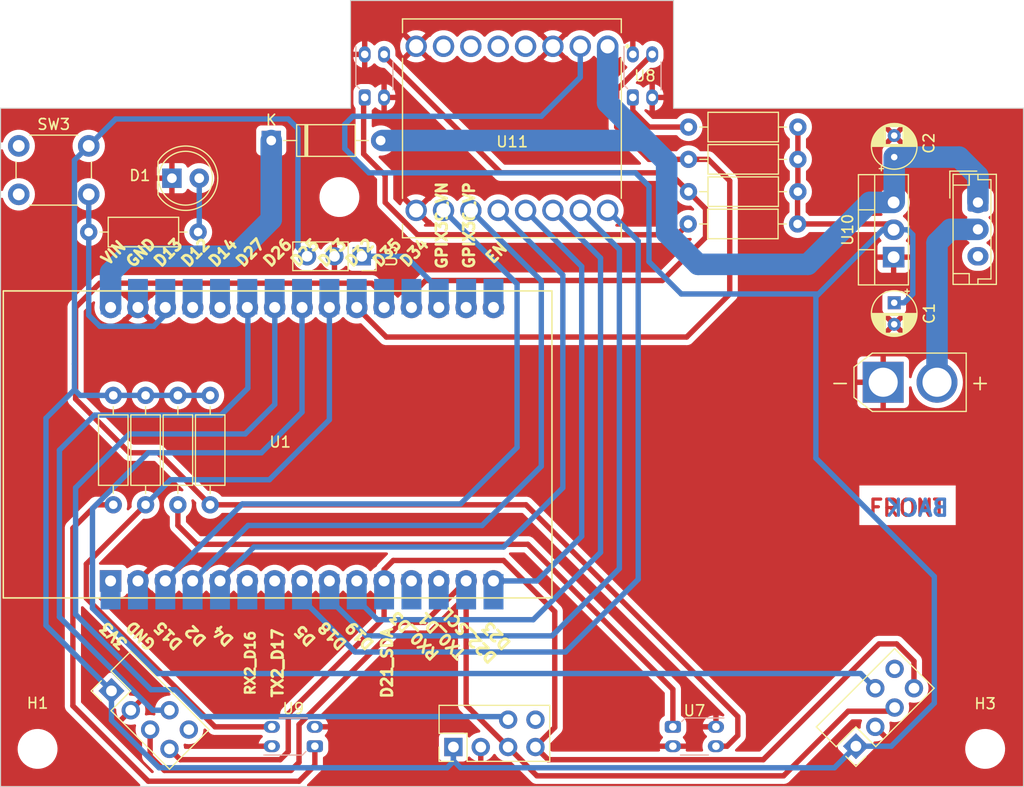
<source format=kicad_pcb>
(kicad_pcb (version 20221018) (generator pcbnew)
  (layers (0 "F.Cu" signal) (31 "B.Cu" signal) (34 "B.Paste" user) (35 "F.Paste" user) (36 "B.SilkS" user "B.Silkscreen") (37 "F.SilkS" user "F.Silkscreen") (38 "B.Mask" user) (39 "F.Mask" user) (44 "Edge.Cuts" user))
  (net 0 "")
  (net 1 "+3V3")
  (net 2 "GND")
  (net 3 "+12V")
  (net 4 "Net-(D1-A)")
  (net 5 "12V IN")
  (net 6 "Net-(D2-K)")
  (net 7 "QRE1113 A")
  (net 8 "Net-(U6-A)")
  (net 9 "QRE1113 B")
  (net 10 "Net-(U8-A)")
  (net 11 "QRE1113 C")
  (net 12 "Net-(U9-A)")
  (net 13 "QRE1113 D")
  (net 14 "IR MODULE")
  (net 15 "SDA")
  (net 16 "SCL")
  (net 17 "MOTOR 2 -")
  (net 18 "MOTOR 2 +")
  (net 19 "MOTOR 1 -")
  (net 20 "MOTOR 1 +")
  (net 21 "PWMA")
  (net 22 "AI2")
  (net 23 "AI1")
  (net 24 "STBY")
  (net 25 "BI1")
  (net 26 "BI2")
  (net 27 "PWMB")
  (net 28 "Net-(U7-A)")
  (net 32 "X-SHUT 1")
  (net 33 "X-SHUT 2")
  (net 34 "X-SHUT 3")
  (net 37 "TEST PROGRAM")
  (net 43 "GPIO")
  (footprint "Button_Switch_THT:SW_PUSH_6mm" (layer "F.Cu") (at 91.72 61.5)
    (fp_text reference "SW3" (at 3.25 -2) (layer "F.SilkS"))
    (fp_text value "SW_Push" hide)
    (pad "1" thru_hole circle (at 0 0 90) (size 2 2) (drill 1.1) (layers "*.Cu" "*.Mask") (net 1 "+3V3"))
    (pad "1" thru_hole circle (at 6.5 0 90) (size 2 2) (drill 1.1) (layers "*.Cu" "*.Mask") (net 1 "+3V3"))
    (pad "2" thru_hole circle (at 0 4.5 90) (size 2 2) (drill 1.1) (layers "*.Cu" "*.Mask") (net 37 "TEST PROGRAM"))
    (pad "2" thru_hole circle (at 6.5 4.5 90) (size 2 2) (drill 1.1) (layers "*.Cu" "*.Mask") (net 37 "TEST PROGRAM"))
  )
  (footprint "Package_TO_SOT_THT:TO-220-3_Vertical" (layer "F.Cu") (at 172.97 71.83 90)
    (fp_text reference "U10" (at 2.54 -4.27 90) (layer "F.SilkS"))
    (fp_text value "LD1117AV33")
    (pad "1" thru_hole rect (at 0 0 90) (size 1.905 2) (drill 1.1) (layers "*.Cu" "*.Mask") (net 2 "GND"))
    (pad "2" thru_hole oval (at 2.54 0 90) (size 1.905 2) (drill 1.1) (layers "*.Cu" "*.Mask") (net 1 "+3V3"))
    (pad "3" thru_hole oval (at 5.08 0 90) (size 1.905 2) (drill 1.1) (layers "*.Cu" "*.Mask") (net 3 "+12V"))
  )
  (footprint "MountingHole:MountingHole_3.2mm_M3" (layer "F.Cu") (at 181.47 117.5)
    (fp_text reference "H3" (at 0 -4.2) (layer "F.SilkS"))
    (fp_text value "MountingHole M3" hide)
    (pad "" np_thru_hole circle (at 0 0) (size 3.2 3.2) (drill 3.2) (layers "*.Cu" "*.Mask"))
  )
  (footprint "Resistor_THT:R_Axial_DIN0207_L6.3mm_D2.5mm_P10.16mm_Horizontal" (layer "F.Cu") (at 106.5 94.83 90)
    (fp_text reference "R4" hide)
    (fp_text value "100")
    (pad "1" thru_hole circle (at 0 0 90) (size 1.6 1.6) (drill 0.8) (layers "*.Cu" "*.Mask") (net 28 "Net-(U7-A)"))
    (pad "2" thru_hole oval (at 10.16 0 90) (size 1.6 1.6) (drill 0.8) (layers "*.Cu" "*.Mask") (net 1 "+3V3"))
  )
  (footprint "Resistor_THT:R_Axial_DIN0207_L6.3mm_D2.5mm_P10.16mm_Horizontal" (layer "F.Cu") (at 109.5 84.67 -90)
    (fp_text reference "R5" hide)
    (fp_text value "10k")
    (pad "1" thru_hole circle (at 0 0 270) (size 1.6 1.6) (drill 0.8) (layers "*.Cu" "*.Mask") (net 1 "+3V3"))
    (pad "2" thru_hole oval (at 10.16 0 270) (size 1.6 1.6) (drill 0.8) (layers "*.Cu" "*.Mask") (net 9 "QRE1113 B"))
  )
  (footprint "Diode_THT:D_A-405_P10.16mm_Horizontal" (layer "F.Cu") (at 115.17 61)
    (fp_text reference "D2" hide)
    (fp_text value "D_Schottky" hide)
    (fp_text user "K" (at 0 -1.9) (layer "F.SilkS"))
    (pad "1" thru_hole rect (at 0 0) (size 1.8 1.8) (drill 0.9) (layers "*.Cu" "*.Mask") (net 6 "Net-(D2-K)"))
    (pad "2" thru_hole oval (at 10.16 0) (size 1.8 1.8) (drill 0.9) (layers "*.Cu" "*.Mask") (net 3 "+12V"))
  )
  (footprint "Resistor_THT:R_Axial_DIN0207_L6.3mm_D2.5mm_P10.16mm_Horizontal" (layer "F.Cu") (at 164.08 65.75 180)
    (fp_text reference "R3" hide)
    (fp_text value "10k")
    (pad "1" thru_hole circle (at 0 0 180) (size 1.6 1.6) (drill 0.8) (layers "*.Cu" "*.Mask") (net 1 "+3V3"))
    (pad "2" thru_hole oval (at 10.16 0 180) (size 1.6 1.6) (drill 0.8) (layers "*.Cu" "*.Mask") (net 7 "QRE1113 A"))
  )
  (footprint "Capacitor_THT:CP_Radial_D4.0mm_P2.00mm" (layer "F.Cu") (at 173.025 62.54 90)
    (fp_text reference "C2" (at 1.29 3.225 90) (layer "F.SilkS"))
    (fp_text value "10uF")
    (pad "1" thru_hole rect (at 0 0 90) (size 1.2 1.2) (drill 0.6) (layers "*.Cu" "*.Mask") (net 3 "+12V"))
    (pad "2" thru_hole circle (at 2 0 90) (size 1.2 1.2) (drill 0.6) (layers "*.Cu" "*.Mask") (net 2 "GND"))
  )
  (footprint "sumec_library:GY-530 VL53L0X" (layer "F.Cu") (at 177.014829 107.909119 135)
    (fp_text reference "U3" hide)
    (fp_text value "VL53L0X")
    (pad "1" thru_hole rect (at -1.27 -11.94 135) (size 1.7 1.7) (drill 1) (layers "*.Cu" "*.Mask") (net 1 "+3V3"))
    (pad "2" thru_hole oval (at -1.27 -9.4 135) (size 1.7 1.7) (drill 1) (layers "*.Cu" "*.Mask") (net 2 "GND"))
    (pad "3" thru_hole oval (at -1.27 -6.86 135) (size 1.7 1.7) (drill 1) (layers "*.Cu" "*.Mask") (net 16 "SCL"))
    (pad "4" thru_hole oval (at -1.27 -4.32 135) (size 1.7 1.7) (drill 1) (layers "*.Cu" "*.Mask") (net 15 "SDA"))
    (pad "5" thru_hole oval (at 1.27 -4.32 135) (size 1.7 1.7) (drill 1) (layers "*.Cu" "*.Mask") (net 43 "GPIO"))
    (pad "6" thru_hole oval (at 1.27 -6.86 135) (size 1.7 1.7) (drill 1) (layers "*.Cu" "*.Mask") (net 33 "X-SHUT 2"))
  )
  (footprint "LED_THT:LED_D5.0mm" (layer "F.Cu") (at 105.945 64.5)
    (fp_text reference "D1" (at -2.975 -0.25) (layer "F.SilkS"))
    (fp_text value "RLED")
    (pad "1" thru_hole rect (at 0 0) (size 1.8 1.8) (drill 0.9) (layers "*.Cu" "*.Mask") (net 2 "GND"))
    (pad "2" thru_hole circle (at 2.54 0) (size 1.8 1.8) (drill 0.9) (layers "*.Cu" "*.Mask") (net 4 "Net-(D1-A)"))
  )
  (footprint "MountingHole:MountingHole_3.2mm_M3" (layer "F.Cu") (at 121.5 66.25)
    (fp_text reference "H2" hide)
    (fp_text value "MountingHole M3" hide)
    (pad "" np_thru_hole circle (at 0 0) (size 3.2 3.2) (drill 3.2) (layers "*.Cu" "*.Mask"))
  )
  (footprint "Resistor_THT:R_Axial_DIN0207_L6.3mm_D2.5mm_P10.16mm_Horizontal" (layer "F.Cu") (at 164.08 62.75 180)
    (fp_text reference "R7" hide)
    (fp_text value "10k")
    (pad "1" thru_hole circle (at 0 0 180) (size 1.6 1.6) (drill 0.8) (layers "*.Cu" "*.Mask") (net 1 "+3V3"))
    (pad "2" thru_hole oval (at 10.16 0 180) (size 1.6 1.6) (drill 0.8) (layers "*.Cu" "*.Mask") (net 11 "QRE1113 C"))
  )
  (footprint "sumec_library:GY-530 VL53L0X" (layer "F.Cu") (at 109.672727 119.656676 45)
    (fp_text reference "U2" hide)
    (fp_text value "VL53L0X")
    (pad "1" thru_hole rect (at -1.27 -11.94 45) (size 1.7 1.7) (drill 1) (layers "*.Cu" "*.Mask") (net 1 "+3V3"))
    (pad "2" thru_hole oval (at -1.27 -9.4 45) (size 1.7 1.7) (drill 1) (layers "*.Cu" "*.Mask") (net 2 "GND"))
    (pad "3" thru_hole oval (at -1.27 -6.86 45) (size 1.7 1.7) (drill 1) (layers "*.Cu" "*.Mask") (net 16 "SCL"))
    (pad "4" thru_hole oval (at -1.27 -4.32 45) (size 1.7 1.7) (drill 1) (layers "*.Cu" "*.Mask") (net 15 "SDA"))
    (pad "5" thru_hole oval (at 1.27 -4.32 45) (size 1.7 1.7) (drill 1) (layers "*.Cu" "*.Mask") (net 43 "GPIO"))
    (pad "6" thru_hole oval (at 1.27 -6.86 45) (size 1.7 1.7) (drill 1) (layers "*.Cu" "*.Mask") (net 32 "X-SHUT 1"))
  )
  (footprint "sumec_library:ROB-14450 - TB6612FNG (MOTOR DRIVER)" (layer "F.Cu") (at 137.52 59.87 -90)
    (fp_text reference "U11" (at 1.25 -0.03) (layer "F.SilkS"))
    (fp_text value "ROB-14450")
    (pad "1" thru_hole circle (at -7.62 -8.89 270) (size 1.98 1.98) (drill 1.32) (layers "*.Cu" "*.Mask") (net 3 "+12V"))
    (pad "2" thru_hole circle (at -7.62 -6.35 270) (size 1.98 1.98) (drill 1.32) (layers "*.Cu" "*.Mask") (net 1 "+3V3"))
    (pad "3" thru_hole circle (at -7.62 -3.81 270) (size 1.98 1.98) (drill 1.32) (layers "*.Cu" "*.Mask") (net 2 "GND"))
    (pad "4" thru_hole circle (at -7.62 -1.27 270) (size 1.98 1.98) (drill 1.32) (layers "*.Cu" "*.Mask") (net 20 "MOTOR 1 +"))
    (pad "5" thru_hole circle (at -7.62 1.27 270) (size 1.98 1.98) (drill 1.32) (layers "*.Cu" "*.Mask") (net 19 "MOTOR 1 -"))
    (pad "6" thru_hole circle (at -7.62 3.81 270) (size 1.98 1.98) (drill 1.32) (layers "*.Cu" "*.Mask") (net 18 "MOTOR 2 +"))
    (pad "7" thru_hole circle (at -7.62 6.35 270) (size 1.98 1.98) (drill 1.32) (layers "*.Cu" "*.Mask") (net 17 "MOTOR 2 -"))
    (pad "8" thru_hole circle (at -7.62 8.89 270) (size 1.98 1.98) (drill 1.32) (layers "*.Cu" "*.Mask") (net 2 "GND"))
    (pad "9" thru_hole circle (at 7.62 8.89 270) (size 1.98 1.98) (drill 1.32) (layers "*.Cu" "*.Mask") (net 2 "GND"))
    (pad "10" thru_hole circle (at 7.62 6.35 270) (size 1.98 1.98) (drill 1.32) (layers "*.Cu" "*.Mask") (net 27 "PWMB"))
    (pad "11" thru_hole circle (at 7.62 3.81 270) (size 1.98 1.98) (drill 1.32) (layers "*.Cu" "*.Mask") (net 26 "BI2"))
    (pad "12" thru_hole circle (at 7.62 1.27 270) (size 1.98 1.98) (drill 1.32) (layers "*.Cu" "*.Mask") (net 25 "BI1"))
    (pad "13" thru_hole circle (at 7.62 -1.27 270) (size 1.98 1.98) (drill 1.32) (layers "*.Cu" "*.Mask") (net 24 "STBY"))
    (pad "14" thru_hole circle (at 7.62 -3.81 270) (size 1.98 1.98) (drill 1.32) (layers "*.Cu" "*.Mask") (net 23 "AI1"))
    (pad "15" thru_hole circle (at 7.62 -6.35 270) (size 1.98 1.98) (drill 1.32) (layers "*.Cu" "*.Mask") (net 22 "AI2"))
    (pad "16" thru_hole circle (at 7.62 -8.89 270) (size 1.98 1.98) (drill 1.32) (layers "*.Cu" "*.Mask") (net 21 "PWMA"))
  )
  (footprint "Resistor_THT:R_Axial_DIN0207_L6.3mm_D2.5mm_P10.16mm_Horizontal" (layer "F.Cu") (at 100.5 94.83 90)
    (fp_text reference "R8" hide)
    (fp_text value "100")
    (pad "1" thru_hole circle (at 0 0 90) (size 1.6 1.6) (drill 0.8) (layers "*.Cu" "*.Mask") (net 12 "Net-(U9-A)"))
    (pad "2" thru_hole oval (at 10.16 0 90) (size 1.6 1.6) (drill 0.8) (layers "*.Cu" "*.Mask") (net 1 "+3V3"))
  )
  (footprint "Capacitor_THT:CP_Radial_D4.0mm_P2.00mm" (layer "F.Cu") (at 173.025 76.0674 -90)
    (fp_text reference "C1" (at 1 -3.25 90) (layer "F.SilkS"))
    (fp_text value "10uF")
    (pad "1" thru_hole rect (at 0 0 270) (size 1.2 1.2) (drill 0.6) (layers "*.Cu" "*.Mask") (net 1 "+3V3"))
    (pad "2" thru_hole circle (at 2 0 270) (size 1.2 1.2) (drill 0.6) (layers "*.Cu" "*.Mask") (net 2 "GND"))
  )
  (footprint "Resistor_THT:R_Axial_DIN0207_L6.3mm_D2.5mm_P10.16mm_Horizontal" (layer "F.Cu") (at 153.89 68.75)
    (fp_text reference "R2" hide)
    (fp_text value "100")
    (pad "1" thru_hole circle (at 0 0) (size 1.6 1.6) (drill 0.8) (layers "*.Cu" "*.Mask") (net 8 "Net-(U6-A)"))
    (pad "2" thru_hole oval (at 10.16 0) (size 1.6 1.6) (drill 0.8) (layers "*.Cu" "*.Mask") (net 1 "+3V3"))
  )
  (footprint "Connector_JST:JST_EH_B3B-EH-A_1x03_P2.50mm_Vertical" (layer "F.Cu") (at 180.8 66.75 -90)
    (fp_text reference "SW1" hide)
    (fp_text value "SW_SPDT" hide)
    (pad "1" thru_hole roundrect (at 0 0 270) (size 1.7 1.95) (drill 0.95) (layers "*.Cu" "*.Mask") (roundrect_rratio 0.147059) (net 3 "+12V"))
    (pad "2" thru_hole oval (at 2.5 0 270) (size 1.7 1.95) (drill 0.95) (layers "*.Cu" "*.Mask") (net 5 "12V IN"))
    (pad "3" thru_hole oval (at 5 0 270) (size 1.7 1.95) (drill 0.95) (layers "*.Cu" "*.Mask"))
  )
  (footprint "Resistor_THT:R_Axial_DIN0207_L6.3mm_D2.5mm_P10.16mm_Horizontal" (layer "F.Cu") (at 98.22 69.5)
    (fp_text reference "R1" hide)
    (fp_text value "75 ")
    (pad "1" thru_hole circle (at 0 0) (size 1.6 1.6) (drill 0.8) (layers "*.Cu" "*.Mask") (net 37 "TEST PROGRAM"))
    (pad "2" thru_hole oval (at 10.16 0) (size 1.6 1.6) (drill 0.8) (layers "*.Cu" "*.Mask") (net 4 "Net-(D1-A)"))
  )
  (footprint "sumec_library:GY-530 VL53L0X" (layer "F.Cu") (at 144.0275 116.055 90)
    (fp_text reference "U4" hide)
    (fp_text value "VL53L0X")
    (pad "1" thru_hole rect (at -1.27 -11.94 90) (size 1.7 1.7) (drill 1) (layers "*.Cu" "*.Mask") (net 1 "+3V3"))
    (pad "2" thru_hole oval (at -1.27 -9.4 90) (size 1.7 1.7) (drill 1) (layers "*.Cu" "*.Mask") (net 2 "GND"))
    (pad "3" thru_hole oval (at -1.27 -6.86 90) (size 1.7 1.7) (drill 1) (layers "*.Cu" "*.Mask") (net 16 "SCL"))
    (pad "4" thru_hole oval (at -1.27 -4.32 90) (size 1.7 1.7) (drill 1) (layers "*.Cu" "*.Mask") (net 15 "SDA"))
    (pad "5" thru_hole oval (at 1.27 -4.32 90) (size 1.7 1.7) (drill 1) (layers "*.Cu" "*.Mask") (net 43 "GPIO"))
    (pad "6" thru_hole oval (at 1.27 -6.86 90) (size 1.7 1.7) (drill 1) (layers "*.Cu" "*.Mask") (net 34 "X-SHUT 3"))
  )
  (footprint "Connector_PinSocket_2.54mm:PinSocket_1x03_P2.54mm_Vertical" (layer "F.Cu") (at 123.58 71.75 -90)
    (fp_text reference "U5" (at 0 -2.77 90) (layer "F.SilkS"))
    (fp_text value "TSOP382xx")
    (pad "1" thru_hole rect (at 0 0 270) (size 1.7 1.7) (drill 1) (layers "*.Cu" "*.Mask") (net 14 "IR MODULE"))
    (pad "2" thru_hole oval (at 0 2.54 270) (size 1.7 1.7) (drill 1) (layers "*.Cu" "*.Mask") (net 2 "GND"))
    (pad "3" thru_hole oval (at 0 5.08 270) (size 1.7 1.7) (drill 1) (layers "*.Cu" "*.Mask") (net 1 "+3V3"))
  )
  (footprint "sumec_library:MODULE_ESP32_DEVKIT_V1 B_Cu - PADS and no mount holes" (layer "F.Cu") (at 115.765 89.2 90)
    (fp_text reference "U1" (at 0.2 0.235 180) (layer "F.SilkS"))
    (fp_text value "ESP32-DEVKIT-V1" hide)
    (fp_text user "D33" (at 17.78 5.08 45 unlocked) (layer "F.SilkS") (effects (font (thickness 0.25) bold)))
    (fp_text user "D34" (at 17.78 12.7 45 unlocked) (layer "F.SilkS") (effects (font (thickness 0.25) bold)))
    (fp_text user "RX0_D3" (at -17.78 12.7 135 unlocked) (layer "F.SilkS") (effects (font (thickness 0.25) bold)))
    (fp_text user "GND" (at 17.78 -12.7 45 unlocked) (layer "F.SilkS") (effects (font (thickness 0.25) bold)))
    (fp_text user "TX0_D1" (at -17.78 15.24 135 unlocked) (layer "F.SilkS") (effects (font (thickness 0.25) bold)))
    (fp_text user "D32" (at 17.78 7.62 45 unlocked) (layer "F.SilkS") (effects (font (thickness 0.25) bold)))
    (fp_text user "D21_SDA" (at -20.32 10.16 90 unlocked) (layer "F.SilkS") (effects (font (thickness 0.25) bold)))
    (fp_text user "EN" (at 17.78 20.32 45 unlocked) (layer "F.SilkS") (effects (font (thickness 0.25) bold)))
    (fp_text user "D15" (at -17.78 -10.16 135 unlocked) (layer "F.SilkS") (effects (font (thickness 0.25) bold)))
    (fp_text user "D26" (at 17.78 0 45 unlocked) (layer "F.SilkS") (effects (font (thickness 0.25) bold)))
    (fp_text user "GPIX39_VN" (at 20.32 15.24 90 unlocked) (layer "F.SilkS") (effects (font (thickness 0.25) bold)))
    (fp_text user "VIN" (at 17.78 -15.24 45 unlocked) (layer "F.SilkS") (effects (font (thickness 0.25) bold)))
    (fp_text user "TX2_D17" (at -20.32 0 90 unlocked) (layer "F.SilkS") (effects (font (thickness 0.25) bold)))
    (fp_text user "GPIX36_VP" (at 20.32 17.78 90 unlocked) (layer "F.SilkS") (effects (font (thickness 0.25) bold)))
    (fp_text user "D13" (at 17.78 -10.16 45 unlocked) (layer "F.SilkS") (effects (font (thickness 0.25) bold)))
    (fp_text user "D35" (at 17.78 10.16 45 unlocked) (layer "F.SilkS") (effects (font (thickness 0.25) bold)))
    (fp_text user "RX2_D16" (at -20.32 -2.54 90 unlocked) (layer "F.SilkS") (effects (font (size 0.9 0.9) (thickness 0.225) bold)))
    (fp_text user "D27" (at 17.78 -2.54 45 unlocked) (layer "F.SilkS") (effects (font (thickness 0.25) bold)))
    (fp_text user "D5" (at -17.78 2.54 135 unlocked) (layer "F.SilkS") (effects (font (thickness 0.25) bold)))
    (fp_text user "D22_SCL" (at -17.78 17.78 135 unlocked) (layer "F.SilkS") (effects (font (thickness 0.25) bold)))
    (fp_text user "GND" (at -17.78 -12.7 135 unlocked) (layer "F.SilkS") (effects (font (thickness 0.25) bold)))
    (fp_text user "D4" (at -17.78 -5.08 135 unlocked) (layer "F.SilkS") (effects (font (thickness 0.25) bold)))
    (fp_text user "D12" (at 17.78 -7.62 45 unlocked) (layer "F.SilkS") (effects (font (thickness 0.25) bold)))
    (fp_text user "D25" (at 17.78 2.54 45 unlocked) (layer "F.SilkS") (effects (font (thickness 0.25) bold)))
    (fp_text user "D23" (at -17.78 20.32 135 unlocked) (layer "F.SilkS") (effects (font (thickness 0.25) bold)))
    (fp_text user "D2" (at -17.78 -7.62 135 unlocked) (layer "F.SilkS") (effects (font (thickness 0.25) bold)))
    (fp_text user "3V3" (at -17.78 -15.24 135 unlocked) (layer "F.SilkS") (effects (font (thickness 0.25) bold)))
    (fp_text user "D19" (at -17.78 7.62 135 unlocked) (layer "F.SilkS") (effects (font (thickness 0.25) bold)))
    (fp_text user "D18" (at -17.78 5.08 135 unlocked) (layer "F.SilkS") (effects (font (thickness 0.25) bold)))
    (fp_text user "D14" (at 17.78 -5.08 45 unlocked) (layer "F.SilkS") (effects (font (thickness 0.25) bold)))
    (pad "1" smd rect (at -13.7 -15.515 90) (size 3.29 1.85) (layers "B.Cu" "F.Mask"))
    (pad "1" thru_hole rect (at -12.7 -15.515 90) (size 2 2) (drill 1.02) (layers "*.Cu" "*.Mask"))
    (pad "2" smd rect (at -13.7 -12.975 90) (size 3.29 1.85) (layers "B.Cu" "F.Mask") (net 2 "GND"))
    (pad "2" thru_hole circle (at -12.7 -12.975 90) (size 2 2) (drill 1.02) (layers "*.Cu" "*.Mask") (net 2 "GND"))
    (pad "3" smd rect (at -13.7 -10.435 90) (size 3.29 1.85) (layers "B.Cu" "F.Mask") (net 27 "PWMB"))
    (pad "3" thru_hole circle (at -12.7 -10.435 90) (size 2 2) (drill 1.02) (layers "*.Cu" "*.Mask") (net 27 "PWMB"))
    (pad "4" smd rect (at -13.7 -7.895 90) (size 3.29 1.85) (layers "B.Cu" "F.Mask") (net 26 "BI2"))
    (pad "4" thru_hole circle (at -12.7 -7.895 90) (size 2 2) (drill 1.02) (layers "*.Cu" "*.Mask") (net 26 "BI2"))
    (pad "5" smd rect (at -13.7 -5.355 90) (size 3.29 1.85) (layers "B.Cu" "F.Mask") (net 25 "BI1"))
    (pad "5" thru_hole circle (at -12.7 -5.355 90) (size 2 2) (drill 1.02) (layers "*.Cu" "*.Mask") (net 25 "BI1"))
    (pad "6" smd rect (at -13.7 -2.815 90) (size 3.29 1.85) (layers "B.Cu" "F.Mask"))
    (pad "6" thru_hole circle (at -12.7 -2.815 90) (size 2 2) (drill 1.02) (layers "*.Cu" "*.Mask"))
    (pad "7" smd rect (at -13.7 -0.275 90) (size 3.29 1.85) (layers "B.Cu" "F.Mask"))
    (pad "7" thru_hole circle (at -12.7 -0.275 90) (size 2 2) (drill 1.02) (layers "*.Cu" "*.Mask"))
    (pad "8" smd rect (at -13.7 2.265 90) (size 3.29 1.85) (layers "B.Cu" "F.Mask") (net 21 "PWMA"))
    (pad "8" thru_hole circle (at -12.7 2.265 90) (size 2 2) (drill 1.02) (layers "*.Cu" "*.Mask") (net 21 "PWMA"))
    (pad "9" smd rect (at -13.7 4.805 90) (size 3.29 1.85) (layers "B.Cu" "F.Mask") (net 22 "AI2"))
    (pad "9" thru_hole circle (at -12.7 4.805 90) (size 2 2) (drill 1.02) (layers "*.Cu" "*.Mask") (net 22 "AI2"))
    (pad "10" smd rect (at -13.7 7.345 90) (size 3.29 1.85) (layers "B.Cu" "F.Mask") (net 23 "AI1"))
    (pad "10" thru_hole circle (at -12.7 7.345 90) (size 2 2) (drill 1.02) (layers "*.Cu" "*.Mask") (net 23 "AI1"))
    (pad "11" smd rect (at -13.7 9.885 90) (size 3.29 1.85) (layers "B.Cu" "F.Mask") (net 15 "SDA"))
    (pad "11" thru_hole circle (at -12.7 9.885 90) (size 2 2) (drill 1.02) (layers "*.Cu" "*.Mask") (net 15 "SDA"))
    (pad "12" smd rect (at -13.7 12.425 90) (size 3.29 1.85) (layers "B.Cu" "F.Mask"))
    (pad "12" thru_hole circle (at -12.7 12.425 90) (size 2 2) (drill 1.02) (layers "*.Cu" "*.Mask"))
    (pad "13" smd rect (at -13.7 14.965 90) (size 3.29 1.85) (layers "B.Cu" "F.Mask"))
    (pad "13" thru_hole circle (at -12.7 14.965 90) (size 2 2) (drill 1.02) (layers "*.Cu" "*.Mask"))
    (pad "14" smd rect (at -13.7 17.505 90) (size 3.29 1.85) (layers "B.Cu" "F.Mask") (net 16 "SCL"))
    (pad "14" thru_hole circle (at -12.7 17.505 90) (size 2 2) (drill 1.02) (layers "*.Cu" "*.Mask") (net 16 "SCL"))
    (pad "15" smd rect (at -13.7 20.045 90) (size 3.29 1.85) (layers "B.Cu" "F.Mask") (net 24 "STBY"))
    (pad "15" thru_hole circle (at -12.7 20.045 90) (size 2 2) (drill 1.02) (layers "*.Cu" "*.Mask") (net 24 "STBY"))
    (pad "16" thru_hole circle (at 12.7 20.045 90) (size 2 2) (drill 1.02) (layers "*.Cu" "*.Mask"))
    (pad "16" smd rect (at 13.7 20.045 90) (size 3.29 1.85) (layers "B.Cu" "F.Mask"))
    (pad "17" thru_hole circle (at 12.7 17.505 90) (size 2 2) (drill 1.02) (layers "*.Cu" "*.Mask"))
    (pad "17" smd rect (at 13.7 17.505 90) (size 3.29 1.85) (layers "B.Cu" "F.Mask"))
    (pad "18" thru_hole circle (at 12.7 14.965 90) (size 2 2) (drill 1.02) (layers "*.Cu" "*.Mask") (net 14 "IR MODULE"))
    (pad "18" smd rect (at 13.7 14.965 90) (size 3.29 1.85) (layers "B.Cu" "F.Mask") (net 14 "IR MODULE"))
    (pad "19" thru_hole circle (at 12.7 12.425 90) (size 2 2) (drill 1.02) (layers "*.Cu" "*.Mask") (net 7 "QRE1113 A"))
    (pad "19" smd rect (at 13.7 12.425 90) (size 3.29 1.85) (layers "B.Cu" "F.Mask") (net 7 "QRE1113 A"))
    (pad "20" thru_hole circle (at 12.7 9.885 90) (size 2 2) (drill 1.02) (layers "*.Cu" "*.Mask") (net 9 "QRE1113 B"))
    (pad "20" smd rect (at 13.7 9.885 90) (size 3.29 1.85) (layers "B.Cu" "F.Mask") (net 9 "QRE1113 B"))
    (pad "21" thru_hole circle (at 12.7 7.345 90) (size 2 2) (drill 1.02) (layers "*.Cu" "*.Mask") (net 11 "QRE1113 C"))
    (pad "21" smd rect (at 13.7 7.345 90) (size 3.29 1.85) (layers "B.Cu" "F.Mask") (net 11 "QRE1113 C"))
    (pad "22" thru_hole circle (at 12.7 4.805 90) (size 2 2) (drill 1.02) (layers "*.Cu" "*.Mask") (net 13 "QRE1113 D"))
    (pad "22" smd rect (at 13.7 4.805 90) (size 3.29 1.85) (layers "B.Cu" "F.Mask") (net 13 "QRE1113 D"))
    (pad "23" thru_hole circle (at 12.7 2.265 90) (size 2 2) (drill 1.02) (layers "*.Cu" "*.Mask") (net 33 "X-SHUT 2"))
    (pad "23" smd rect (at 13.7 2.265 90) (size 3.29 1.85) (layers "B.Cu" "F.Mask") (net 33 "X-SHUT 2"))
    (pad "24" thru_hole circle (at 12.7 -0.275 90) (size 2 2) (drill 1.02) (layers "*.Cu" "*.Mask") (net 34 "X-SHUT 3"))
    (pad "24" smd rect (at 13.7 -0.275 90) (size 3.29 1.85) (layers "B.Cu" "F.Mask") (net 34 "X-SHUT 3"))
    (pad "25" thru_hole circle (at 12.7 -2.815 90) (size 2 2) (drill 1.02) (layers "*.Cu" "*.Mask") (net 32 "X-SHUT 1"))
    (pad "25" smd rect (at 13.7 -2.815 90) (size 3.29 1.85) (layers "B.Cu" "F.Mask") (net 32 "X-SHUT 1"))
    (pad "26" thru_hole circle (at 12.7 -5.355 90) (size 2 2) (drill 1.02) (layers "*.Cu" "*.Mask"))
    (pad "26" smd rect (at 13.7 -5.355 90) (size 3.29 1.85) (layers "B.Cu" "F.Mask"))
    (pad "27" thru_hole circle (at 12.7 -7.895 90) (size 2 2) (drill 1.02) (layers "*.Cu" "*.Mask"))
    (pad "27" smd rect (at 13.7 -7.895 90) (size 3.29 1.85) (layers "B.Cu" "F.Mask"))
    (pad "28" thru_hole circle (at 12.7 -10.435 90) (size 2 2) (drill 1.02) (layers "*.Cu" "*.Mask") (net 37 "TEST PROGRAM"))
    (pad "28" smd rect (at 13.7 -10.435 90) (size 3.29 1.85) (layers "B.Cu" "F.Mask") (net 37 "TEST PROGRAM"))
    (pad "29" thru_hole circle (at 12.7 -12.975 90) (size 2 2) (drill 1.02) (layers "*.Cu" "*.Mask") (net 2 "GND"))
    (pad "29" smd rect (at 13.7 -12.975 90) (size 3.29 1.85) (layers "B.Cu" "F.Mask") (net 2 "GND"))
    (pad "30" thru_hole circle (at 12.7 -15.515 90) (size 2 2) (drill 1.02) (layers "*.Cu" "*.Mask") (net 6 "Net-(D2-K)"))
    (pad "30" smd rect (at 13.7 -15.515 90) (size 3.29 1.85) (layers "B.Cu" "F.Mask") (net 6 "Net-(D2-K)"))
  )
  (footprint "MountingHole:MountingHole_3.2mm_M3" (layer "F.Cu") (at 93.47 117.5)
    (fp_text reference "H1" (at 0 -4.25) (layer "F.SilkS"))
    (fp_text value "MountingHole M3" hide)
    (pad "" np_thru_hole circle (at 0 0) (size 3.2 3.2) (drill 3.2) (layers "*.Cu" "*.Mask"))
  )
  (footprint "Resistor_THT:R_Axial_DIN0207_L6.3mm_D2.5mm_P10.16mm_Horizontal" (layer "F.Cu") (at 153.92 59.75)
    (fp_text reference "R6" hide)
    (fp_text value "100")
    (pad "1" thru_hole circle (at 0 0) (size 1.6 1.6) (drill 0.8) (layers "*.Cu" "*.Mask") (net 10 "Net-(U8-A)"))
    (pad "2" thru_hole oval (at 10.16 0) (size 1.6 1.6) (drill 0.8) (layers "*.Cu" "*.Mask") (net 1 "+3V3"))
  )
  (footprint "sumec_library:AMASS_XT30U-M_1x02_P5.0mm_Vertical" (layer "F.Cu") (at 172 83.45)
    (fp_text reference "IC1" hide)
    (fp_text value "XT30U-F")
    (fp_text user "-" (at -4 0) (layer "F.SilkS") (effects (font (size 1.5 1.5))))
    (fp_text user "+" (at 9 0) (layer "F.SilkS") (effects (font (size 1.5 1.5))))
    (pad "1" thru_hole rect (at 0 0) (size 3.8 3.8) (drill 2.7) (layers "*.Cu" "*.Mask") (net 2 "GND"))
    (pad "2" thru_hole circle (at 5 0) (size 3.8 3.8) (drill 2.7) (layers "*.Cu" "*.Mask") (net 5 "12V IN"))
  )
  (footprint "Resistor_THT:R_Axial_DIN0207_L6.3mm_D2.5mm_P10.16mm_Horizontal" (layer "F.Cu") (at 103.5 84.67 -90)
    (fp_text reference "R9" hide)
    (fp_text value "10k")
    (pad "1" thru_hole circle (at 0 0 270) (size 1.6 1.6) (drill 0.8) (layers "*.Cu" "*.Mask") (net 1 "+3V3"))
    (pad "2" thru_hole oval (at 10.16 0 270) (size 1.6 1.6) (drill 0.8) (layers "*.Cu" "*.Mask") (net 13 "QRE1113 D"))
  )
  (footprint "sumec_library:OnSemi_CASE100AQ - QRE1113" (layer "B.Cu") (at 152.47 115.45 -90)
    (fp_text reference "U7" (at -1.5 -2 -180) (layer "F.SilkS"))
    (fp_text value "QRE1113" hide)
    (pad "1" thru_hole roundrect (at 0 0 270) (size 1.1 1.5) (drill 0.7) (layers "*.Cu" "*.Mask") (net 28 "Net-(U7-A)"))
    (pad "2" thru_hole oval (at 0 -4 270) (size 1.1 1.5) (drill 0.7) (layers "*.Cu" "*.Mask") (net 2 "GND"))
    (pad "3" thru_hole oval (at 1.8 -4 270) (size 1.1 1.5) (drill 0.7) (layers "*.Cu" "*.Mask") (net 9 "QRE1113 B"))
    (pad "4" thru_hole oval (at 1.8 0 270) (size 1.1 1.5) (drill 0.7) (layers "*.Cu" "*.Mask") (net 2 "GND"))
  )
  (footprint "sumec_library:OnSemi_CASE100AQ - QRE1113" (layer "B.Cu") (at 123.85 57)
    (fp_text reference "U6" hide)
    (fp_text value "QRE1113" hide)
    (pad "1" thru_hole roundrect (at 0 0) (size 1.1 1.5) (drill 0.7) (layers "*.Cu" "*.Mask") (net 8 "Net-(U6-A)"))
    (pad "2" thru_hole oval (at 0 -4) (size 1.1 1.5) (drill 0.7) (layers "*.Cu" "*.Mask") (net 2 "GND"))
    (pad "3" thru_hole oval (at 1.8 -4) (size 1.1 1.5) (drill 0.7) (layers "*.Cu" "*.Mask") (net 7 "QRE1113 A"))
    (pad "4" thru_hole oval (at 1.8 0) (size 1.1 1.5) (drill 0.7) (layers "*.Cu" "*.Mask") (net 2 "GND"))
  )
  (footprint "sumec_library:OnSemi_CASE100AQ - QRE1113" (layer "B.Cu") (at 119.22 117.25 90)
    (fp_text reference "U9" (at 3.5 -2 -180) (layer "F.SilkS"))
    (fp_text value "QRE1113" hide)
    (pad "1" thru_hole roundrect (at 0 0 90) (size 1.1 1.5) (drill 0.7) (layers "*.Cu" "*.Mask") (net 12 "Net-(U9-A)"))
    (pad "2" thru_hole oval (at 0 -4 90) (size 1.1 1.5) (drill 0.7) (layers "*.Cu" "*.Mask") (net 2 "GND"))
    (pad "3" thru_hole oval (at 1.8 -4 90) (size 1.1 1.5) (drill 0.7) (layers "*.Cu" "*.Mask") (net 13 "QRE1113 D"))
    (pad "4" thru_hole oval (at 1.8 0 90) (size 1.1 1.5) (drill 0.7) (layers "*.Cu" "*.Mask") (net 2 "GND"))
  )
  (footprint "sumec_library:OnSemi_CASE100AQ - QRE1113" (layer "B.Cu") (at 148.75 57)
    (fp_text reference "U8" (at 1.12 -2) (layer "F.SilkS"))
    (fp_text value "QRE1113" hide)
    (pad "1" thru_hole roundrect (at 0 0) (size 1.1 1.5) (drill 0.7) (layers "*.Cu" "*.Mask") (net 10 "Net-(U8-A)"))
    (pad "2" thru_hole oval (at 0 -4) (size 1.1 1.5) (drill 0.7) (layers "*.Cu" "*.Mask") (net 2 "GND"))
    (pad "3" thru_hole oval (at 1.8 -4) (size 1.1 1.5) (drill 0.7) (layers "*.Cu" "*.Mask") (net 11 "QRE1113 C"))
    (pad "4" thru_hole oval (at 1.8 0) (size 1.1 1.5) (drill 0.7) (layers "*.Cu" "*.Mask") (net 2 "GND"))
  )
  (gr_line (start 137.53 48) (end 152.53 48) (stroke (width 0.1)) (layer "Edge.Cuts"))
  (gr_line (start 90.03 121) (end 90.03 58) (stroke (width 0.1)) (layer "Edge.Cuts"))
  (gr_line (start 90.03 121) (end 185.03 121) (stroke (width 0.1)) (layer "Edge.Cuts"))
  (gr_line (start 185.03 121) (end 185.03 58) (stroke (width 0.1)) (layer "Edge.Cuts"))
  (gr_line (start 152.53 58) (end 185.03 58) (stroke (width 0.1)) (layer "Edge.Cuts"))
  (gr_line (start 152.53 48) (end 152.53 58) (stroke (width 0.1)) (layer "Edge.Cuts"))
  (gr_line (start 122.53 48) (end 122.53 58) (stroke (width 0.1)) (layer "Edge.Cuts"))
  (gr_line (start 122.53 58) (end 90.03 58) (stroke (width 0.1)) (layer "Edge.Cuts"))
  (gr_line (start 137.53 48) (end 122.53 48) (stroke (width 0.1)) (layer "Edge.Cuts"))
  (gr_text "FRONT" (at 170.5 96) (layer "F.Cu") (effects (font (size 1.5 1.5) (thickness 0.3) bold) (justify left bottom)))
  (gr_text "BACK" (at 178.25 96) (layer "B.Cu") (effects (font (size 1.5 1.5) (thickness 0.3) bold) (justify left bottom mirror)))
  (segment (start 164.08 65.75) (end 164.08 62.75) (width 0.5) (layer "F.Cu") (net 1))
  (segment (start 164.05 68.75) (end 164.05 65.78) (width 0.5) (layer "F.Cu") (net 1))
  (segment (start 164.08 62.75) (end 164.08 59.75) (width 0.5) (layer "F.Cu") (net 1))
  (segment (start 164.05 65.78) (end 164.08 65.75) (width 0.5) (layer "F.Cu") (net 1))
  (segment (start 172.43 68.75) (end 172.97 69.29) (width 0.5) (layer "F.Cu") (net 1))
  (segment (start 164.05 68.75) (end 172.43 68.75) (width 0.5) (layer "F.Cu") (net 1))
  (segment (start 96.895 62.825) (end 96.895 81.75) (width 0.5) (layer "B.Cu") (net 1))
  (segment (start 173.025 76.0674) (end 173.9326 76.0674) (width 0.5) (layer "B.Cu") (net 1))
  (segment (start 117.65 70.9) (end 117.65 59.9) (width 0.5) (layer "B.Cu") (net 1))
  (segment (start 100.5 84.67) (end 103.5 84.67) (width 0.5) (layer "B.Cu") (net 1))
  (segment (start 96.895 84.145) (end 97.42 84.67) (width 0.5) (layer "B.Cu") (net 1))
  (segment (start 100.331846 114.831846) (end 100.331846 112.111847) (width 0.5) (layer "B.Cu") (net 1))
  (segment (start 117.65 59.9) (end 116.75 59) (width 0.5) (layer "B.Cu") (net 1))
  (segment (start 106.5 84.67) (end 109.5 84.67) (width 0.5) (layer "B.Cu") (net 1))
  (segment (start 173.9326 76.0674) (end 174.75 75.25) (width 0.5) (layer "B.Cu") (net 1))
  (segment (start 132.0875 118.6625) (end 131.5 119.25) (width 0.5) (layer "B.Cu") (net 1))
  (segment (start 132.75 119.25) (end 132.0875 118.5875) (width 0.5) (layer "B.Cu") (net 1))
  (segment (start 96.895 81.75) (end 96.895 84.145) (width 0.5) (layer "B.Cu") (net 1))
  (segment (start 169.47 117.25) (end 172.75 117.25) (width 0.5) (layer "B.Cu") (net 1))
  (segment (start 153.25 75.25) (end 166 75.25) (width 0.5) (layer "B.Cu") (net 1))
  (segment (start 174.29 69.29) (end 172.97 69.29) (width 0.5) (layer "B.Cu") (net 1))
  (segment (start 171.96 69.29) (end 172.97 69.29) (width 0.5) (layer "B.Cu") (net 1))
  (segment (start 169.47 117.25) (end 167.47 119.25) (width 0.5) (layer "B.Cu") (net 1))
  (segment (start 140.25 58.75) (end 122.75 58.75) (width 0.5) (layer "B.Cu") (net 1))
  (segment (start 176.75 101.5) (end 165.75 90.5) (width 0.5) (layer "B.Cu") (net 1))
  (segment (start 96.895 84.145) (end 94.25 86.79) (width 0.5) (layer "B.Cu") (net 1))
  (segment (start 165.75 75.5) (end 168.5 72.75) (width 0.5) (layer "B.Cu") (net 1))
  (segment (start 150.25 72.25) (end 153.25 75.25) (width 0.5) (layer "B.Cu") (net 1))
  (segment (start 118.5 71.75) (end 117.65 70.9) (width 0.5) (layer "B.Cu") (net 1))
  (segment (start 103.5 84.67) (end 106.5 84.67) (width 0.5) (layer "B.Cu") (net 1))
  (segment (start 94.25 106.030001) (end 100.331846 112.111847) (width 0.5) (layer "B.Cu") (net 1))
  (segment (start 143.87 55.13) (end 140.25 58.75) (width 0.5) (layer "B.Cu") (net 1))
  (segment (start 100.72 59) (end 98.22 61.5) (width 0.5) (layer "B.Cu") (net 1))
  (segment (start 165.75 90.5) (end 165.75 75.5) (width 0.5) (layer "B.Cu") (net 1))
  (segment (start 124.25 64) (end 149 64) (width 0.5) (layer "B.Cu") (net 1))
  (segment (start 166 75.25) (end 171.96 69.29) (width 0.5) (layer "B.Cu") (net 1))
  (segment (start 167.47 119.25) (end 132.75 119.25) (width 0.5) (layer "B.Cu") (net 1))
  (segment (start 132.0875 117.325) (end 132.0875 118.6625) (width 0.5) (layer "B.Cu") (net 1))
  (segment (start 172.75 117.25) (end 176.75 113.25) (width 0.5) (layer "B.Cu") (net 1))
  (segment (start 122 59.5) (end 122 61.75) (width 0.5) (layer "B.Cu") (net 1))
  (segment (start 94.25 86.79) (end 94.25 106.030001) (width 0.5) (layer "B.Cu") (net 1))
  (segment (start 172.46 69.29) (end 172.97 69.29) (width 0.5) (layer "B.Cu") (net 1))
  (segment (start 97.42 84.67) (end 100.5 84.67) (width 0.5) (layer "B.Cu") (net 1))
  (segment (start 104.75 119.25) (end 100.331846 114.831846) (width 0.5) (layer "B.Cu") (net 1))
  (segment (start 150.25 65.25) (end 150.25 72.25) (width 0.5) (layer "B.Cu") (net 1))
  (segment (start 116.75 59) (end 100.72 59) (width 0.5) (layer "B.Cu") (net 1))
  (segment (start 98.22 61.5) (end 96.895 62.825) (width 0.5) (layer "B.Cu") (net 1))
  (segment (start 149 64) (end 150.25 65.25) (width 0.5) (layer "B.Cu") (net 1))
  (segment (start 131.5 119.25) (end 104.75 119.25) (width 0.5) (layer "B.Cu") (net 1))
  (segment (start 122.75 58.75) (end 122 59.5) (width 0.5) (layer "B.Cu") (net 1))
  (segment (start 132.0875 118.5875) (end 132.0875 117.325) (width 0.5) (layer "B.Cu") (net 1))
  (segment (start 122 61.75) (end 124.25 64) (width 0.5) (layer "B.Cu") (net 1))
  (segment (start 143.87 52.25) (end 143.87 55.13) (width 0.5) (layer "B.Cu") (net 1))
  (segment (start 174.75 69.75) (end 174.29 69.29) (width 0.5) (layer "B.Cu") (net 1))
  (segment (start 176.75 113.25) (end 176.75 101.5) (width 0.5) (layer "B.Cu") (net 1))
  (segment (start 174.75 75.25) (end 174.75 69.75) (width 0.5) (layer "B.Cu") (net 1))
  (segment (start 170.75 66.75) (end 172.97 66.75) (width 2) (layer "B.Cu") (net 3))
  (segment (start 151.89 62.975965) (end 151.89 69.578428) (width 2) (layer "B.Cu") (net 3))
  (segment (start 125.33 61) (end 125.5 61) (width 0.5) (layer "B.Cu") (net 3))
  (segment (start 179.04 62.54) (end 173.025 62.54) (width 2) (layer "B.Cu") (net 3))
  (segment (start 165 72.5) (end 170.75 66.75) (width 2) (layer "B.Cu") (net 3))
  (segment (start 154.811572 72.5) (end 165 72.5) (width 2) (layer "B.Cu") (net 3))
  (segment (start 173.025 66.695) (end 172.97 66.75) (width 0.5) (layer "B.Cu") (net 3))
  (segment (start 173.025 62.54) (end 173.025 66.695) (width 2) (layer "B.Cu") (net 3))
  (segment (start 151.89 69.578428) (end 154.811572 72.5) (width 2) (layer "B.Cu") (net 3))
  (segment (start 125.5 61) (end 149.75 61) (width 2) (layer "B.Cu") (net 3))
  (segment (start 180.8 66.75) (end 180.8 64.3) (width 2) (layer "B.Cu") (net 3))
  (segment (start 149.75 61) (end 149.832018 60.917982) (width 2) (layer "B.Cu") (net 3))
  (segment (start 146.41 57.495965) (end 151.89 62.975965) (width 2) (layer "B.Cu") (net 3))
  (segment (start 146.41 52.25) (end 146.41 57.495965) (width 2) (layer "B.Cu") (net 3))
  (segment (start 180.8 64.3) (end 179.04 62.54) (width 2) (layer "B.Cu") (net 3))
  (segment (start 108.485 69.395) (end 108.38 69.5) (width 0.5) (layer "B.Cu") (net 4))
  (segment (start 108.485 64.5) (end 108.485 69.395) (width 0.5) (layer "B.Cu") (net 4))
  (segment (start 178.25 69.25) (end 180.8 69.25) (width 2) (layer "B.Cu") (net 5))
  (segment (start 177 70.5) (end 178.25 69.25) (width 2) (layer "B.Cu") (net 5))
  (segment (start 177 83.45) (end 177 70.5) (width 2) (layer "B.Cu") (net 5))
  (segment (start 100.25 73.25) (end 100.25 76.5) (width 2) (layer "B.Cu") (net 6))
  (segment (start 115.17 68.33) (end 111.75 71.75) (width 2) (layer "B.Cu") (net 6))
  (segment (start 115.17 61) (end 115.17 68.33) (width 2) (layer "B.Cu") (net 6))
  (segment (start 111.75 71.75) (end 101.75 71.75) (width 2) (layer "B.Cu") (net 6))
  (segment (start 101.75 71.75) (end 100.25 73.25) (width 2) (layer "B.Cu") (net 6))
  (segment (start 153.92 65.75) (end 155.5 67.33) (width 0.5) (layer "F.Cu") (net 7))
  (segment (start 125.65 53.15) (end 125.65 53) (width 0.5) (layer "F.Cu") (net 7))
  (segment (start 129.5 74) (end 128.19 75.31) (width 0.5) (layer "F.Cu") (net 7))
  (segment (start 152.17 64) (end 136.5 64) (width 0.5) (layer "F.Cu") (net 7))
  (segment (start 155.5 67.33) (end 155.5 70) (width 0.5) (layer "F.Cu") (net 7))
  (segment (start 128.19 75.31) (end 128.19 76.5) (width 0.5) (layer "F.Cu") (net 7))
  (segment (start 151.5 74) (end 129.5 74) (width 0.5) (layer "F.Cu") (net 7))
  (segment (start 155.5 70) (end 151.5 74) (width 0.5) (layer "F.Cu") (net 7))
  (segment (start 136.5 64) (end 125.65 53.15) (width 0.5) (layer "F.Cu") (net 7))
  (segment (start 153.92 65.75) (end 152.17 64) (width 0.5) (layer "F.Cu") (net 7))
  (segment (start 125.65 53) (end 125.62 53) (width 0.5) (layer "F.Cu") (net 7))
  (segment (start 123.75 62.25) (end 123.75 57.07) (width 0.5) (layer "F.Cu") (net 8))
  (segment (start 153.89 68.75) (end 152.89 69.75) (width 0.5) (layer "F.Cu") (net 8))
  (segment (start 152.89 69.75) (end 128.75 69.75) (width 0.5) (layer "F.Cu") (net 8))
  (segment (start 125.75 64.25) (end 123.75 62.25) (width 0.5) (layer "F.Cu") (net 8))
  (segment (start 123.75 57.07) (end 123.82 57) (width 0.5) (layer "F.Cu") (net 8))
  (segment (start 128.75 69.75) (end 125.75 66.75) (width 0.5) (layer "F.Cu") (net 8))
  (segment (start 125.75 66.75) (end 125.75 64.25) (width 0.5) (layer "F.Cu") (net 8))
  (segment (start 97 85) (end 102 90) (width 0.5) (layer "F.Cu") (net 9))
  (segment (start 125.65 76.5) (end 125.65 75.4) (width 0.5) (layer "F.Cu") (net 9))
  (segment (start 99.25 74.25) (end 97 76.5) (width 0.5) (layer "F.Cu") (net 9))
  (segment (start 158.5 114.5) (end 158.5 116.25) (width 0.5) (layer "F.Cu") (net 9))
  (segment (start 157.5 117.25) (end 156.47 117.25) (width 0.5) (layer "F.Cu") (net 9))
  (segment (start 102 90) (end 104.67 90) (width 0.5) (layer "F.Cu") (net 9))
  (segment (start 104.67 90) (end 109.5 94.83) (width 0.5) (layer "F.Cu") (net 9))
  (segment (start 124.5 74.25) (end 99.25 74.25) (width 0.5) (layer "F.Cu") (net 9))
  (segment (start 158.5 116.25) (end 157.5 117.25) (width 0.5) (layer "F.Cu") (net 9))
  (segment (start 138.83 94.83) (end 158.5 114.5) (width 0.5) (layer "F.Cu") (net 9))
  (segment (start 125.65 75.4) (end 124.5 74.25) (width 0.5) (layer "F.Cu") (net 9))
  (segment (start 109.5 94.83) (end 138.83 94.83) (width 0.5) (layer "F.Cu") (net 9))
  (segment (start 97 76.5) (end 97 85) (width 0.5) (layer "F.Cu") (net 9))
  (segment (start 150.25 59.75) (end 148.75 58.25) (width 0.5) (layer "F.Cu") (net 10))
  (segment (start 148.75 58.25) (end 148.75 57) (width 0.5) (layer "F.Cu") (net 10))
  (segment (start 153.92 59.75) (end 150.25 59.75) (width 0.5) (layer "F.Cu") (net 10))
  (segment (start 153.92 62.75) (end 150.25 62.75) (width 0.5) (layer "F.Cu") (net 11))
  (segment (start 150.25 62.75) (end 147.25 59.75) (width 0.5) (layer "F.Cu") (net 11))
  (segment (start 157.75 75.25) (end 153.75 79.25) (width 0.5) (layer "F.Cu") (net 11))
  (segment (start 153.92 62.75) (end 155.75 62.75) (width 0.5) (layer "F.Cu") (net 11))
  (segment (start 157.75 64.75) (end 157.75 75.25) (width 0.5) (layer "F.Cu") (net 11))
  (segment (start 155.75 62.75) (end 157.75 64.75) (width 0.5) (layer "F.Cu") (net 11))
  (segment (start 147.25 59.75) (end 147.25 56.3) (width 0.5) (layer "F.Cu") (net 11))
  (segment (start 147.25 56.3) (end 150.55 53) (width 0.5) (layer "F.Cu") (net 11))
  (segment (start 153.75 79.25) (end 125.86 79.25) (width 0.5) (layer "F.Cu") (net 11))
  (segment (start 125.86 79.25) (end 123.11 76.5) (width 0.5) (layer "F.Cu") (net 11))
  (segment (start 100.5 94.83) (end 98.92 94.83) (width 0.5) (layer "F.Cu") (net 12))
  (segment (start 96.75 113.5) (end 103.75 120.5) (width 0.5) (layer "F.Cu") (net 12))
  (segment (start 117.75 120.5) (end 119.22 119.03) (width 0.5) (layer "F.Cu") (net 12))
  (segment (start 98.92 94.83) (end 96.75 97) (width 0.5) (layer "F.Cu") (net 12))
  (segment (start 96.75 97) (end 96.75 113.5) (width 0.5) (layer "F.Cu") (net 12))
  (segment (start 119.22 119.03) (end 119.22 117.25) (width 0.5) (layer "F.Cu") (net 12))
  (segment (start 103.75 120.5) (end 117.75 120.5) (width 0.5) (layer "F.Cu") (net 12))
  (segment (start 109.95 115.45) (end 115.22 115.45) (width 0.5) (layer "F.Cu") (net 13))
  (segment (start 103.5 94.83) (end 98 100.33) (width 0.5) (layer "F.Cu") (net 13))
  (segment (start 98 103.5) (end 109.95 115.45) (width 0.5) (layer "F.Cu") (net 13))
  (segment (start 98 100.33) (end 98 103.5) (width 0.5) (layer "F.Cu") (net 13))
  (segment (start 120.57 76.5) (end 120.57 86.93) (width 0.5) (layer "B.Cu") (net 13))
  (segment (start 115 92.5) (end 105.83 92.5) (width 0.5) (layer "B.Cu") (net 13))
  (segment (start 105.83 92.5) (end 103.5 94.83) (width 0.5) (layer "B.Cu") (net 13))
  (segment (start 120.57 86.93) (end 115 92.5) (width 0.5) (layer "B.Cu") (net 13))
  (segment (start 130.73 74.82) (end 127.66 71.75) (width 0.5) (layer "B.Cu") (net 14))
  (segment (start 127.66 71.75) (end 123.58 71.75) (width 0.5) (layer "B.Cu") (net 14))
  (segment (start 130.73 76.5) (end 130.73 74.82) (width 0.5) (layer "B.Cu") (net 14))
  (segment (start 116.75 117.75) (end 116 118.5) (width 0.5) (layer "F.Cu") (net 15))
  (segment (start 125.65 105.35) (end 116.75 114.25) (width 0.5) (layer "F.Cu") (net 15))
  (segment (start 171.613604 107.75) (end 160.863604 118.5) (width 0.5) (layer "F.Cu") (net 15))
  (segment (start 160.863604 118.5) (end 140.8825 118.5) (width 0.5) (layer "F.Cu") (net 15))
  (segment (start 173.25 107.75) (end 171.613604 107.75) (width 0.5) (layer "F.Cu") (net 15))
  (segment (start 125.65 100.85) (end 125.65 101.9) (width 0.5) (layer "F.Cu") (net 15))
  (segment (start 140.8825 118.5) (end 139.7075 117.325) (width 0.5) (layer "F.Cu") (net 15))
  (segment (start 141.5 115.5) (end 141.5 104.75) (width 0.5) (layer "F.Cu") (net 15))
  (segment (start 136.75 100) (end 126.5 100) (width 0.5) (layer "F.Cu") (net 15))
  (segment (start 116.75 114.25) (end 116.75 117.75) (width 0.5) (layer "F.Cu") (net 15))
  (segment (start 106.72 118.5) (end 105.72 117.5) (width 0.5) (layer "F.Cu") (net 15))
  (segment (start 139.7075 117.2925) (end 141.5 115.5) (width 0.5) (layer "F.Cu") (net 15))
  (segment (start 125.65 101.9) (end 125.65 105.35) (width 0.5) (layer "F.Cu") (net 15))
  (segment (start 126.5 100) (end 125.65 100.85) (width 0.5) (layer "F.Cu") (net 15))
  (segment (start 174.858153 111.861846) (end 174.858153 109.358153) (width 0.5) (layer "F.Cu") (net 15))
  (segment (start 141.5 104.75) (end 136.75 100) (width 0.5) (layer "F.Cu") (net 15))
  (segment (start 174.858153 109.358153) (end 173.25 107.75) (width 0.5) (layer "F.Cu") (net 15))
  (segment (start 116 118.5) (end 106.72 118.5) (width 0.5) (layer "F.Cu") (net 15))
  (segment (start 139.7075 117.325) (end 139.7075 117.2925) (width 0.5) (layer "F.Cu") (net 15))
  (segment (start 173.062102 113.657897) (end 172.719999 114) (width 0.5) (layer "F.Cu") (net 16))
  (segment (start 133.27 113.4275) (end 133.27 101.9) (width 0.5) (layer "F.Cu") (net 16))
  (segment (start 162.75 120) (end 139.8425 120) (width 0.5) (layer "F.Cu") (net 16))
  (segment (start 139.8425 120) (end 137.1675 117.325) (width 0.5) (layer "F.Cu") (net 16))
  (segment (start 168.75 114) (end 162.75 120) (width 0.5) (layer "F.Cu") (net 16))
  (segment (start 103.923949 118.173949) (end 103.923949 115.703949) (width 0.5) (layer "F.Cu") (net 16))
  (segment (start 105.25 119.5) (end 103.923949 118.173949) (width 0.5) (layer "F.Cu") (net 16))
  (segment (start 117 119.5) (end 105.25 119.5) (width 0.5) (layer "F.Cu") (net 16))
  (segment (start 117.75 118.75) (end 117 119.5) (width 0.5) (layer "F.Cu") (net 16))
  (segment (start 172.719999 114) (end 168.75 114) (width 0.5) (layer "F.Cu") (net 16))
  (segment (start 129.42 105.75) (end 127.241281 105.75) (width 0.5) (layer "F.Cu") (net 16))
  (segment (start 117.75 115.241281) (end 117.75 118.75) (width 0.5) (layer "F.Cu") (net 16))
  (segment (start 137.1675 117.325) (end 133.27 113.4275) (width 0.5) (layer "F.Cu") (net 16))
  (segment (start 127.241281 105.75) (end 117.75 115.241281) (width 0.5) (layer "F.Cu") (net 16))
  (segment (start 133.27 101.9) (end 129.42 105.75) (width 0.5) (layer "F.Cu") (net 16))
  (segment (start 149.25 101.75) (end 142.5 108.5) (width 0.5) (layer "B.Cu") (net 21))
  (segment (start 149.25 70.33) (end 149.25 101.75) (width 0.5) (layer "B.Cu") (net 21))
  (segment (start 118.03 103.58) (end 118.03 101.9) (width 0.5) (layer "B.Cu") (net 21))
  (segment (start 142.5 108.5) (end 122.95 108.5) (width 0.5) (layer "B.Cu") (net 21))
  (segment (start 122.95 108.5) (end 118.03 103.58) (width 0.5) (layer "B.Cu") (net 21))
  (segment (start 146.36 67.44) (end 149.25 70.33) (width 0.5) (layer "B.Cu") (net 21))
  (segment (start 147.5 100.75) (end 141.25 107) (width 0.5) (layer "B.Cu") (net 22))
  (segment (start 141.25 107) (end 123.99 107) (width 0.5) (layer "B.Cu") (net 22))
  (segment (start 147.5 71.12) (end 147.5 100.75) (width 0.5) (layer "B.Cu") (net 22))
  (segment (start 123.99 107) (end 120.57 103.58) (width 0.5) (layer "B.Cu") (net 22))
  (segment (start 143.82 67.44) (end 147.5 71.12) (width 0.5) (layer "B.Cu") (net 22))
  (segment (start 120.57 103.58) (end 120.57 102.9) (width 0.5) (layer "B.Cu") (net 22))
  (segment (start 139.5 105.5) (end 125.03 105.5) (width 0.5) (layer "B.Cu") (net 23))
  (segment (start 145.75 71.91) (end 145.75 99.25) (width 0.5) (layer "B.Cu") (net 23))
  (segment (start 145.75 99.25) (end 139.5 105.5) (width 0.5) (layer "B.Cu") (net 23))
  (segment (start 141.28 67.44) (end 145.75 71.91) (width 0.5) (layer "B.Cu") (net 23))
  (segment (start 123.11 103.58) (end 123.11 101.9) (width 0.5) (layer "B.Cu") (net 23))
  (segment (start 125.03 105.5) (end 123.11 103.58) (width 0.5) (layer "B.Cu") (net 23))
  (segment (start 138.74 67.44) (end 144 72.7) (width 0.5) (layer "B.Cu") (net 24))
  (segment (start 139.85 101.9) (end 135.81 101.9) (width 0.5) (layer "B.Cu") (net 24))
  (segment (start 144 97.75) (end 139.85 101.9) (width 0.5) (layer "B.Cu") (net 24))
  (segment (start 144 72.7) (end 144 97.75) (width 0.5) (layer "B.Cu") (net 24))
  (segment (start 113.56 98.75) (end 110.41 101.9) (width 0.5) (layer "B.Cu") (net 25))
  (segment (start 136.2 67.44) (end 142.25 73.49) (width 0.5) (layer "B.Cu") (net 25))
  (segment (start 136.75 98.75) (end 113.56 98.75) (width 0.5) (layer "B.Cu") (net 25))
  (segment (start 142.25 93.25) (end 136.75 98.75) (width 0.5) (layer "B.Cu") (net 25))
  (segment (start 142.25 73.49) (end 142.25 93.25) (width 0.5) (layer "B.Cu") (net 25))
  (segment (start 140.25 91.25) (end 134.75 96.75) (width 0.5) (layer "B.Cu") (net 26))
  (segment (start 140.25 74.03) (end 140.25 91.25) (width 0.5) (layer "B.Cu") (net 26))
  (segment (start 113.02 96.75) (end 107.87 101.9) (width 0.5) (layer "B.Cu") (net 26))
  (segment (start 133.66 67.44) (end 140.25 74.03) (width 0.5) (layer "B.Cu") (net 26))
  (segment (start 134.75 96.75) (end 113.02 96.75) (width 0.5) (layer "B.Cu") (net 26))
  (segment (start 131.12 67.44) (end 138 74.32) (width 0.5) (layer "B.Cu") (net 27))
  (segment (start 132.75 94.75) (end 112.48 94.75) (width 0.5) (layer "B.Cu") (net 27))
  (segment (start 112.48 94.75) (end 105.33 101.9) (width 0.5) (layer "B.Cu") (net 27))
  (segment (start 138 74.32) (end 138 89.5) (width 0.5) (layer "B.Cu") (net 27))
  (segment (start 138 89.5) (end 132.75 94.75) (width 0.5) (layer "B.Cu") (net 27))
  (segment (start 106.5 96.75) (end 106.5 94.83) (width 0.5) (layer "F.Cu") (net 28))
  (segment (start 139 98.5) (end 108.25 98.5) (width 0.5) (layer "F.Cu") (net 28))
  (segment (start 152.47 111.97) (end 139 98.5) (width 0.5) (layer "F.Cu") (net 28))
  (segment (start 108.25 98.5) (end 106.5 96.75) (width 0.5) (layer "F.Cu") (net 28))
  (segment (start 152.47 115.45) (end 152.47 111.97) (width 0.5) (layer "F.Cu") (net 28))
  (segment (start 113 84) (end 113 76.55) (width 0.5) (layer "B.Cu") (net 32))
  (segment (start 105.72 113.907898) (end 104.157898 113.907898) (width 0.5) (layer "B.Cu") (net 32))
  (segment (start 113 76.55) (end 112.95 76.5) (width 0.5) (layer "B.Cu") (net 32))
  (segment (start 95.5 105.25) (end 95.5 89.75) (width 0.5) (layer "B.Cu") (net 32))
  (segment (start 110.5 86.5) (end 113 84) (width 0.5) (layer "B.Cu") (net 32))
  (segment (start 104.157898 113.907898) (end 95.5 105.25) (width 0.5) (layer "B.Cu") (net 32))
  (segment (start 98.75 86.5) (end 110.5 86.5) (width 0.5) (layer "B.Cu") (net 32))
  (segment (start 95.5 89.75) (end 98.75 86.5) (width 0.5) (layer "B.Cu") (net 32))
  (segment (start 103.739009 90) (end 114.25 90) (width 0.5) (layer "B.Cu") (net 33))
  (segment (start 98.568198 104.438198) (end 98.568198 95.170811) (width 0.5) (layer "B.Cu") (net 33))
  (segment (start 114.25 90) (end 118.03 86.22) (width 0.5) (layer "B.Cu") (net 33))
  (segment (start 98.568198 95.170811) (end 103.739009 90) (width 0.5) (layer "B.Cu") (net 33))
  (segment (start 104.63 110.5) (end 98.568198 104.438198) (width 0.5) (layer "B.Cu") (net 33))
  (segment (start 171.266051 111.861846) (end 169.904205 110.5) (width 0.5) (layer "B.Cu") (net 33))
  (segment (start 169.904205 110.5) (end 104.63 110.5) (width 0.5) (layer "B.Cu") (net 33))
  (segment (start 118.03 86.22) (end 118.03 76.5) (width 0.5) (layer "B.Cu") (net 33))
  (segment (start 102 88.25) (end 112.75 88.25) (width 0.5) (layer "B.Cu") (net 34))
  (segment (start 136.8825 114.5) (end 108.75 114.5) (width 0.5) (layer "B.Cu") (net 34))
  (segment (start 112.75 88.25) (end 115.5 85.5) (width 0.5) (layer "B.Cu") (net 34))
  (segment (start 108.75 114.5) (end 106.25 112) (width 0.5) (layer "B.Cu") (net 34))
  (segment (start 97 105) (end 97 93.25) (width 0.5) (layer "B.Cu") (net 34))
  (segment (start 104 112) (end 97 105) (width 0.5) (layer "B.Cu") (net 34))
  (segment (start 115.5 76.51) (end 115.49 76.5) (width 0.5) (layer "B.Cu") (net 34))
  (segment (start 106.25 112) (end 104 112) (width 0.5) (layer "B.Cu") (net 34))
  (segment (start 115.5 85.5) (end 115.5 76.51) (width 0.5) (layer "B.Cu") (net 34))
  (segment (start 137.1675 114.785) (end 136.8825 114.5) (width 0.5) (layer "B.Cu") (net 34))
  (segment (start 97 93.25) (end 102 88.25) (width 0.5) (layer "B.Cu") (net 34))
  (segment (start 99.25 78.25) (end 104.25 78.25) (width 0.5) (layer "B.Cu") (net 37))
  (segment (start 98.22 69.5) (end 98.22 66) (width 0.5) (layer "B.Cu") (net 37))
  (segment (start 105.33 77.17) (end 105.33 76.5) (width 0.5) (layer "B.Cu") (net 37))
  (segment (start 98.22 77.22) (end 99.25 78.25) (width 0.5) (layer "B.Cu") (net 37))
  (segment (start 98.22 69.5) (end 98.22 77.22) (width 0.5) (layer "B.Cu") (net 37))
  (segment (start 104.25 78.25) (end 105.33 77.17) (width 0.5) (layer "B.Cu") (net 37))
  (zone (net 2) (net_name "GND") (layer "F.Cu") (connect_pads (clearance 0.5)) (min_thickness 0.25) (fill yes (thermal_gap 0.5) (thermal_bridge_width 0.5))
    (polygon (pts (xy 185 121) (xy 90 121) (xy 90 58) (xy 122.5 58) (xy 122.5 48) (xy 152.5 48) (xy 152.5 58) (xy 185 58)))
  )
)
</source>
